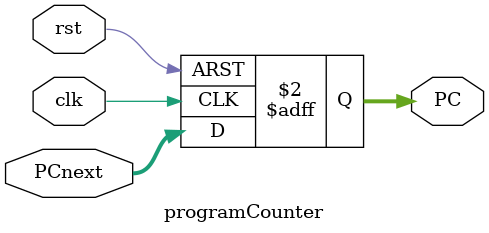
<source format=v>
`timescale 1ns / 1ps

module programCounter(rst, clk, PCnext, PC);
    input wire rst;                // Reset signal (active high)
    input wire clk;                // Clock signal
    input wire [31:0] PCnext;      // Next value for the program counter
    output reg [31:0] PC;          // Current value of the program counter

    // Update PC on rising edge of clock or reset
    always @(posedge clk or posedge rst) begin
        if (rst) begin
            PC <= 32'b0;           // Reset PC to 0
        end else if (clk) begin
            PC <= PCnext;          // Load next PC value
        end
    end   
endmodule
</source>
